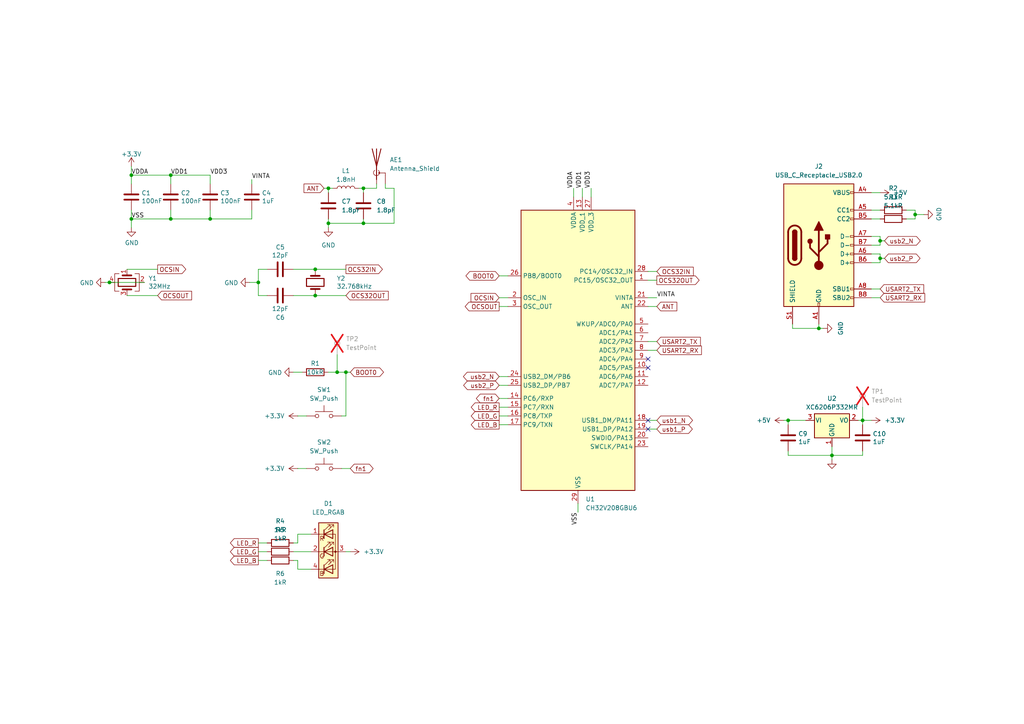
<source format=kicad_sch>
(kicad_sch (version 20231120) (generator "eeschema") (generator_version "8.0")
  (paper "A4")
  (lib_symbols
    (symbol "+3.3V_1" (power) (pin_names (offset 0))
      (property "Value" "+3.3V_1" (at 0 3.556 0))
      (symbol "+3.3V_1_0_1"
        (polyline (pts (xy -0.762 1.27) (xy 0 2.54)))
        (polyline (pts (xy 0 0) (xy 0 2.54)))
        (polyline (pts (xy 0 2.54) (xy 0.762 1.27)))
      )
      (symbol "+3.3V_1_1_1"
        (pin power_in line (at 0 0 90) (length 0) hide (name "+3.3V") (number "1"))
      )
    )
    (symbol "+3.3V_2" (power) (pin_numbers hide) (pin_names (offset 0) hide)
      (property "Value" "+3.3V" (at 0 3.556 0))
      (symbol "+3.3V_2_0_1"
        (polyline (pts (xy -0.762 1.27) (xy 0 2.54)))
        (polyline (pts (xy 0 0) (xy 0 2.54)))
        (polyline (pts (xy 0 2.54) (xy 0.762 1.27)))
      )
      (symbol "+3.3V_2_1_1"
        (pin power_in line (at 0 0 90) (length 0) (name "~") (number "1"))
      )
    )
    (symbol "+3.3V_3" (power) (pin_numbers hide) (pin_names (offset 0) hide)
      (property "Value" "+3.3V" (at 0 3.556 0))
      (symbol "+3.3V_3_0_1"
        (polyline (pts (xy -0.762 1.27) (xy 0 2.54)))
        (polyline (pts (xy 0 0) (xy 0 2.54)))
        (polyline (pts (xy 0 2.54) (xy 0.762 1.27)))
      )
      (symbol "+3.3V_3_1_1"
        (pin power_in line (at 0 0 90) (length 0) (name "~") (number "1"))
      )
    )
    (symbol "+5V_1" (power) (pin_names (offset 0))
      (property "Value" "+5V_1" (at 0 3.556 0))
      (symbol "+5V_1_0_1"
        (polyline (pts (xy -0.762 1.27) (xy 0 2.54)))
        (polyline (pts (xy 0 0) (xy 0 2.54)))
        (polyline (pts (xy 0 2.54) (xy 0.762 1.27)))
      )
      (symbol "+5V_1_1_1"
        (pin power_in line (at 0 0 90) (length 0) hide (name "+5V") (number "1"))
      )
    )
    (symbol "+5V_5" (power) (pin_names (offset 0))
      (property "Value" "+5V_5" (at 0 3.556 0))
      (symbol "+5V_5_0_1"
        (polyline (pts (xy -0.762 1.27) (xy 0 2.54)))
        (polyline (pts (xy 0 0) (xy 0 2.54)))
        (polyline (pts (xy 0 2.54) (xy 0.762 1.27)))
      )
      (symbol "+5V_5_1_1"
        (pin power_in line (at 0 0 90) (length 0) hide (name "+5V") (number "1"))
      )
    )
    (symbol "Connector:TestPoint" (pin_numbers hide) (pin_names (offset 0.762) hide)
      (property "Reference" "TP" (at 0 6.858 0))
      (property "Value" "TestPoint" (at 0 5.08 0))
      (symbol "TestPoint_0_1"
        (circle (center 0 3.302) (radius 0.762))
      )
      (symbol "TestPoint_1_1"
        (pin passive line (at 0 0 90) (length 2.54) (name "1") (number "1"))
      )
    )
    (symbol "Connector:USB_C_Receptacle_USB2.0" (pin_names (offset 1.016))
      (property "Reference" "J" (at -10.16 19.05 0))
      (property "Value" "USB_C_Receptacle_USB2.0" (at 19.05 19.05 0))
      (symbol "USB_C_Receptacle_USB2.0_0_0"
        (rectangle (start -0.254 -17.78) (end 0.254 -16.764))
        (rectangle (start 10.16 -14.986) (end 9.144 -15.494))
        (rectangle (start 10.16 -12.446) (end 9.144 -12.954))
        (rectangle (start 10.16 -4.826) (end 9.144 -5.334))
        (rectangle (start 10.16 -2.286) (end 9.144 -2.794))
        (rectangle (start 10.16 0.254) (end 9.144 -0.254))
        (rectangle (start 10.16 2.794) (end 9.144 2.286))
        (rectangle (start 10.16 7.874) (end 9.144 7.366))
        (rectangle (start 10.16 10.414) (end 9.144 9.906))
        (rectangle (start 10.16 15.494) (end 9.144 14.986))
      )
      (symbol "USB_C_Receptacle_USB2.0_0_1"
        (rectangle (start -10.16 17.78) (end 10.16 -17.78) (stroke (width 0.254)) (fill (type background)))
        (arc (start -8.89 -3.81) (mid -6.985 -5.7067) (end -5.08 -3.81) (stroke (width 0.508)))
        (arc (start -7.62 -3.81) (mid -6.985 -4.4423) (end -6.35 -3.81) (stroke (width 0.254)))
        (arc (start -7.62 -3.81) (mid -6.985 -4.4423) (end -6.35 -3.81) (stroke (width 0.254)) (fill (type outline)))
        (rectangle (start -7.62 -3.81) (end -6.35 3.81) (stroke (width 0.254)) (fill (type outline)))
        (arc (start -6.35 3.81) (mid -6.985 4.4423) (end -7.62 3.81) (stroke (width 0.254)))
        (arc (start -6.35 3.81) (mid -6.985 4.4423) (end -7.62 3.81) (stroke (width 0.254)) (fill (type outline)))
        (arc (start -5.08 3.81) (mid -6.985 5.7067) (end -8.89 3.81) (stroke (width 0.508)))
        (circle (center -2.54 1.143) (radius 0.635) (stroke (width 0.254)) (fill (type outline)))
        (circle (center 0 -5.842) (radius 1.27) (fill (type outline)))
        (polyline (pts (xy -8.89 -3.81) (xy -8.89 3.81)) (stroke (width 0.508)))
        (polyline (pts (xy -5.08 3.81) (xy -5.08 -3.81)) (stroke (width 0.508)))
        (polyline (pts (xy 0 -5.842) (xy 0 4.318)) (stroke (width 0.508)))
        (polyline (pts (xy 0 -3.302) (xy -2.54 -0.762) (xy -2.54 0.508)) (stroke (width 0.508)))
        (polyline (pts (xy 0 -2.032) (xy 2.54 0.508) (xy 2.54 1.778)) (stroke (width 0.508)))
        (polyline (pts (xy -1.27 4.318) (xy 0 6.858) (xy 1.27 4.318) (xy -1.27 4.318)) (stroke (width 0.254)) (fill (type outline)))
        (rectangle (start 1.905 1.778) (end 3.175 3.048) (stroke (width 0.254)) (fill (type outline)))
      )
      (symbol "USB_C_Receptacle_USB2.0_1_1"
        (pin passive line (at 0 -22.86 90) (length 5.08) (name "GND") (number "A1"))
        (pin passive line (at 0 -22.86 90) (length 5.08) hide (name "GND") (number "A12"))
        (pin passive line (at 15.24 15.24 180) (length 5.08) (name "VBUS") (number "A4"))
        (pin bidirectional line (at 15.24 10.16 180) (length 5.08) (name "CC1") (number "A5"))
        (pin bidirectional line (at 15.24 -2.54 180) (length 5.08) (name "D+") (number "A6"))
        (pin bidirectional line (at 15.24 2.54 180) (length 5.08) (name "D-") (number "A7"))
        (pin bidirectional line (at 15.24 -12.7 180) (length 5.08) (name "SBU1") (number "A8"))
        (pin passive line (at 15.24 15.24 180) (length 5.08) hide (name "VBUS") (number "A9"))
        (pin passive line (at 0 -22.86 90) (length 5.08) hide (name "GND") (number "B1"))
        (pin passive line (at 0 -22.86 90) (length 5.08) hide (name "GND") (number "B12"))
        (pin passive line (at 15.24 15.24 180) (length 5.08) hide (name "VBUS") (number "B4"))
        (pin bidirectional line (at 15.24 7.62 180) (length 5.08) (name "CC2") (number "B5"))
        (pin bidirectional line (at 15.24 -5.08 180) (length 5.08) (name "D+") (number "B6"))
        (pin bidirectional line (at 15.24 0 180) (length 5.08) (name "D-") (number "B7"))
        (pin bidirectional line (at 15.24 -15.24 180) (length 5.08) (name "SBU2") (number "B8"))
        (pin passive line (at 15.24 15.24 180) (length 5.08) hide (name "VBUS") (number "B9"))
        (pin passive line (at -7.62 -22.86 90) (length 5.08) (name "SHIELD") (number "S1"))
      )
    )
    (symbol "Device:Antenna_Shield" (pin_numbers hide) (pin_names (offset 1.016) hide)
      (property "Reference" "AE" (at -1.905 4.445 0))
      (property "Value" "Antenna_Shield" (at -1.905 2.54 0))
      (symbol "Antenna_Shield_0_1"
        (arc (start -0.508 -1.143) (mid -0.8429 -2.1194) (end 0 -2.667))
        (arc (start 0 -2.667) (mid 0.7989 -2.1052) (end 0.508 -1.143))
        (polyline (pts (xy 0 -2.54) (xy 0 0)))
        (polyline (pts (xy 0 5.08) (xy 0 -3.81)) (stroke (width 0.254)))
        (polyline (pts (xy 0.762 -1.905) (xy 2.54 -1.905)))
        (polyline (pts (xy 2.54 -2.54) (xy 2.54 -1.905)))
        (polyline (pts (xy 1.27 5.08) (xy 0 0) (xy -1.27 5.08)) (stroke (width 0.254)))
        (circle (center 0.762 -1.905) (radius 0.1778) (fill (type outline)))
      )
      (symbol "Antenna_Shield_1_1"
        (pin input line (at 0 -5.08 90) (length 2.54) (name "A") (number "1"))
        (pin input line (at 2.54 -5.08 90) (length 2.54) (name "Shield") (number "2"))
      )
    )
    (symbol "Device:C" (pin_numbers hide) (pin_names (offset 0.254))
      (property "Reference" "C" (at 0.635 2.54 0))
      (property "Value" "C" (at 0.635 -2.54 0))
      (symbol "C_0_1"
        (polyline (pts (xy -2.032 -0.762) (xy 2.032 -0.762)) (stroke (width 0.508)))
        (polyline (pts (xy -2.032 0.762) (xy 2.032 0.762)) (stroke (width 0.508)))
      )
      (symbol "C_1_1"
        (pin passive line (at 0 3.81 270) (length 2.794) (name "~") (number "1"))
        (pin passive line (at 0 -3.81 90) (length 2.794) (name "~") (number "2"))
      )
    )
    (symbol "Device:Crystal" (pin_numbers hide) (pin_names (offset 1.016) hide)
      (property "Reference" "Y" (at 0 3.81 0))
      (property "Value" "Crystal" (at 0 -3.81 0))
      (symbol "Crystal_0_1"
        (rectangle (start -1.143 2.54) (end 1.143 -2.54) (stroke (width 0.3048)))
        (polyline (pts (xy -2.54 0) (xy -1.905 0)))
        (polyline (pts (xy -1.905 -1.27) (xy -1.905 1.27)) (stroke (width 0.508)))
        (polyline (pts (xy 1.905 -1.27) (xy 1.905 1.27)) (stroke (width 0.508)))
        (polyline (pts (xy 2.54 0) (xy 1.905 0)))
      )
      (symbol "Crystal_1_1"
        (pin passive line (at -3.81 0 0) (length 1.27) (name "1") (number "1"))
        (pin passive line (at 3.81 0 180) (length 1.27) (name "2") (number "2"))
      )
    )
    (symbol "Device:Crystal_GND24" (pin_names (offset 1.016) hide)
      (property "Reference" "Y" (at 3.175 5.08 0))
      (property "Value" "Crystal_GND24" (at 3.175 3.175 0))
      (symbol "Crystal_GND24_0_1"
        (rectangle (start -1.143 2.54) (end 1.143 -2.54) (stroke (width 0.3048)))
        (polyline (pts (xy -2.54 0) (xy -2.032 0)))
        (polyline (pts (xy -2.032 -1.27) (xy -2.032 1.27)) (stroke (width 0.508)))
        (polyline (pts (xy 0 -3.81) (xy 0 -3.556)))
        (polyline (pts (xy 0 3.556) (xy 0 3.81)))
        (polyline (pts (xy 2.032 -1.27) (xy 2.032 1.27)) (stroke (width 0.508)))
        (polyline (pts (xy 2.032 0) (xy 2.54 0)))
        (polyline (pts (xy -2.54 -2.286) (xy -2.54 -3.556) (xy 2.54 -3.556) (xy 2.54 -2.286)))
        (polyline (pts (xy -2.54 2.286) (xy -2.54 3.556) (xy 2.54 3.556) (xy 2.54 2.286)))
      )
      (symbol "Crystal_GND24_1_1"
        (pin passive line (at -3.81 0 0) (length 1.27) (name "1") (number "1"))
        (pin passive line (at 0 5.08 270) (length 1.27) (name "2") (number "2"))
        (pin passive line (at 3.81 0 180) (length 1.27) (name "3") (number "3"))
        (pin passive line (at 0 -5.08 90) (length 1.27) (name "4") (number "4"))
      )
    )
    (symbol "Device:L" (pin_numbers hide) (pin_names (offset 1.016) hide)
      (property "Reference" "L" (at -1.27 0 90))
      (property "Value" "L" (at 1.905 0 90))
      (symbol "L_0_1"
        (arc (start 0 -2.54) (mid 0.6323 -1.905) (end 0 -1.27))
        (arc (start 0 -1.27) (mid 0.6323 -0.635) (end 0 0))
        (arc (start 0 0) (mid 0.6323 0.635) (end 0 1.27))
        (arc (start 0 1.27) (mid 0.6323 1.905) (end 0 2.54))
      )
      (symbol "L_1_1"
        (pin passive line (at 0 3.81 270) (length 1.27) (name "1") (number "1"))
        (pin passive line (at 0 -3.81 90) (length 1.27) (name "2") (number "2"))
      )
    )
    (symbol "Device:LED_RGAB" (pin_names (offset 0) hide)
      (property "Reference" "D" (at 0 9.398 0))
      (property "Value" "LED_RGAB" (at 0 -8.89 0))
      (symbol "LED_RGAB_0_0"
        (text "B" (at -1.905 -6.35 0) (effects (font (size 1.27 1.27))))
        (text "G" (at -1.905 -1.27 0) (effects (font (size 1.27 1.27))))
        (text "R" (at -1.905 3.81 0) (effects (font (size 1.27 1.27))))
      )
      (symbol "LED_RGAB_0_1"
        (polyline (pts (xy -1.27 -5.08) (xy -2.54 -5.08)))
        (polyline (pts (xy -1.27 -5.08) (xy 1.27 -5.08)))
        (polyline (pts (xy -1.27 -3.81) (xy -1.27 -6.35)) (stroke (width 0.254)))
        (polyline (pts (xy -1.27 0) (xy -2.54 0)))
        (polyline (pts (xy -1.27 1.27) (xy -1.27 -1.27)) (stroke (width 0.254)))
        (polyline (pts (xy -1.27 5.08) (xy -2.54 5.08)))
        (polyline (pts (xy -1.27 5.08) (xy 1.27 5.08)))
        (polyline (pts (xy -1.27 6.35) (xy -1.27 3.81)) (stroke (width 0.254)))
        (polyline (pts (xy 1.27 0) (xy -1.27 0)))
        (polyline (pts (xy 1.27 0) (xy 2.54 0)))
        (polyline (pts (xy -1.27 1.27) (xy -1.27 -1.27) (xy -1.27 -1.27)))
        (polyline (pts (xy -1.27 6.35) (xy -1.27 3.81) (xy -1.27 3.81)))
        (polyline (pts (xy 1.27 -5.08) (xy 2.032 -5.08) (xy 2.032 5.08) (xy 1.27 5.08)))
        (polyline (pts (xy 1.27 -3.81) (xy 1.27 -6.35) (xy -1.27 -5.08) (xy 1.27 -3.81)) (stroke (width 0.254)))
        (polyline (pts (xy 1.27 1.27) (xy 1.27 -1.27) (xy -1.27 0) (xy 1.27 1.27)) (stroke (width 0.254)))
        (polyline (pts (xy 1.27 6.35) (xy 1.27 3.81) (xy -1.27 5.08) (xy 1.27 6.35)) (stroke (width 0.254)))
        (polyline (pts (xy -1.016 -3.81) (xy 0.508 -2.286) (xy -0.254 -2.286) (xy 0.508 -2.286) (xy 0.508 -3.048)))
        (polyline (pts (xy -1.016 1.27) (xy 0.508 2.794) (xy -0.254 2.794) (xy 0.508 2.794) (xy 0.508 2.032)))
        (polyline (pts (xy -1.016 6.35) (xy 0.508 7.874) (xy -0.254 7.874) (xy 0.508 7.874) (xy 0.508 7.112)))
        (polyline (pts (xy 0 -3.81) (xy 1.524 -2.286) (xy 0.762 -2.286) (xy 1.524 -2.286) (xy 1.524 -3.048)))
        (polyline (pts (xy 0 1.27) (xy 1.524 2.794) (xy 0.762 2.794) (xy 1.524 2.794) (xy 1.524 2.032)))
        (polyline (pts (xy 0 6.35) (xy 1.524 7.874) (xy 0.762 7.874) (xy 1.524 7.874) (xy 1.524 7.112)))
        (rectangle (start 1.27 -1.27) (end 1.27 1.27))
        (rectangle (start 1.27 1.27) (end 1.27 1.27))
        (rectangle (start 1.27 3.81) (end 1.27 6.35))
        (rectangle (start 1.27 6.35) (end 1.27 6.35))
        (circle (center 2.032 0) (radius 0.254) (fill (type outline)))
        (rectangle (start 2.794 8.382) (end -2.794 -7.62) (stroke (width 0.254)) (fill (type background)))
      )
      (symbol "LED_RGAB_1_1"
        (pin passive line (at -5.08 5.08 0) (length 2.54) (name "RK") (number "1"))
        (pin passive line (at -5.08 0 0) (length 2.54) (name "GK") (number "2"))
        (pin passive line (at 5.08 0 180) (length 2.54) (name "A") (number "3"))
        (pin passive line (at -5.08 -5.08 0) (length 2.54) (name "BK") (number "4"))
      )
    )
    (symbol "Device:R" (pin_numbers hide) (pin_names (offset 0))
      (property "Reference" "R" (at 2.032 0 90))
      (property "Value" "R" (at 0 0 90))
      (symbol "R_0_1"
        (rectangle (start -1.016 -2.54) (end 1.016 2.54) (stroke (width 0.254)))
      )
      (symbol "R_1_1"
        (pin passive line (at 0 3.81 270) (length 1.27) (name "~") (number "1"))
        (pin passive line (at 0 -3.81 90) (length 1.27) (name "~") (number "2"))
      )
    )
    (symbol "GND_1" (power) (pin_names (offset 0))
      (property "Value" "GND_1" (at 0 -3.81 0))
      (symbol "GND_1_0_1"
        (polyline (pts (xy 0 0) (xy 0 -1.27) (xy 1.27 -1.27) (xy 0 -2.54) (xy -1.27 -1.27) (xy 0 -1.27)))
      )
      (symbol "GND_1_1_1"
        (pin power_in line (at 0 0 270) (length 0) hide (name "GND") (number "1"))
      )
    )
    (symbol "GND_2" (power) (pin_names (offset 0))
      (property "Value" "GND_2" (at 0 -3.81 0))
      (symbol "GND_2_0_1"
        (polyline (pts (xy 0 0) (xy 0 -1.27) (xy 1.27 -1.27) (xy 0 -2.54) (xy -1.27 -1.27) (xy 0 -1.27)))
      )
      (symbol "GND_2_1_1"
        (pin power_in line (at 0 0 270) (length 0) hide (name "GND") (number "1"))
      )
    )
    (symbol "Regulator_Linear:XC6206PxxxMR" (pin_names (offset 0.254))
      (property "Reference" "U" (at -3.81 3.175 0))
      (property "Value" "XC6206PxxxMR" (at 0 3.175 0))
      (symbol "XC6206PxxxMR_0_1"
        (rectangle (start -5.08 1.905) (end 5.08 -5.08) (stroke (width 0.254)) (fill (type background)))
      )
      (symbol "XC6206PxxxMR_1_1"
        (pin power_in line (at 0 -7.62 90) (length 2.54) (name "GND") (number "1"))
        (pin power_out line (at 7.62 0 180) (length 2.54) (name "VO") (number "2"))
        (pin power_in line (at -7.62 0 0) (length 2.54) (name "VI") (number "3"))
      )
    )
    (symbol "Switch:SW_Push" (pin_numbers hide) (pin_names (offset 1.016) hide)
      (property "Reference" "SW" (at 1.27 2.54 0))
      (property "Value" "SW_Push" (at 0 -1.524 0))
      (symbol "SW_Push_0_1"
        (circle (center -2.032 0) (radius 0.508))
        (polyline (pts (xy 0 1.27) (xy 0 3.048)))
        (polyline (pts (xy 2.54 1.27) (xy -2.54 1.27)))
        (circle (center 2.032 0) (radius 0.508))
        (pin passive line (at -5.08 0 0) (length 2.54) (name "1") (number "1"))
        (pin passive line (at 5.08 0 180) (length 2.54) (name "2") (number "2"))
      )
    )
    (symbol "chulaine:CH32V208GBU6"
      (property "Reference" "U" (at 24.13 -36.83 0))
      (property "Value" "CH32V208GBU6" (at 25.4 -33.02 0))
      (symbol "CH32V208GBU6_0_1"
        (rectangle (start -16.51 43.18) (end 16.51 -38.1) (stroke (width 0.254)) (fill (type background)))
      )
      (symbol "CH32V208GBU6_1_1"
        (pin bidirectional line (at 20.32 22.86 180) (length 3.81) (name "PC15/OSC32_OUT") (number "1"))
        (pin bidirectional line (at 20.32 -2.54 180) (length 3.81) (name "ADC5/PA5") (number "10"))
        (pin bidirectional line (at 20.32 -5.08 180) (length 3.81) (name "ADC6/PA6") (number "11"))
        (pin bidirectional line (at 20.32 -7.62 180) (length 3.81) (name "ADC7/PA7") (number "12"))
        (pin power_in line (at 1.27 46.99 270) (length 3.81) (name "VDD_1") (number "13"))
        (pin bidirectional line (at -20.32 -11.43 0) (length 3.81) (name "PC6/RXP") (number "14"))
        (pin bidirectional line (at -20.32 -13.97 0) (length 3.81) (name "PC7/RXN") (number "15"))
        (pin bidirectional line (at -20.32 -16.51 0) (length 3.81) (name "PC8/TXP") (number "16"))
        (pin bidirectional line (at -20.32 -19.05 0) (length 3.81) (name "PC9/TXN") (number "17"))
        (pin bidirectional line (at 20.32 -17.78 180) (length 3.81) (name "USB1_DM/PA11") (number "18"))
        (pin bidirectional line (at 20.32 -20.32 180) (length 3.81) (name "USB1_DP/PA12") (number "19"))
        (pin bidirectional line (at -20.32 17.78 0) (length 3.81) (name "OSC_IN") (number "2"))
        (pin bidirectional line (at 20.32 -22.86 180) (length 3.81) (name "SWDIO/PA13") (number "20"))
        (pin bidirectional line (at 20.32 17.78 180) (length 3.81) (name "VINTA") (number "21"))
        (pin bidirectional line (at 20.32 15.24 180) (length 3.81) (name "ANT") (number "22"))
        (pin bidirectional line (at 20.32 -25.4 180) (length 3.81) (name "SWCLK/PA14") (number "23"))
        (pin bidirectional line (at -20.32 -5.08 0) (length 3.81) (name "USB2_DM/PB6") (number "24"))
        (pin bidirectional line (at -20.32 -7.62 0) (length 3.81) (name "USB2_DP/PB7") (number "25"))
        (pin bidirectional line (at -20.32 24.13 0) (length 3.81) (name "PB8/BOOT0") (number "26"))
        (pin power_in line (at 3.81 46.99 270) (length 3.81) (name "VDD_3") (number "27"))
        (pin bidirectional line (at 20.32 25.4 180) (length 3.81) (name "PC14/OSC32_IN") (number "28"))
        (pin power_in line (at 0 -41.91 90) (length 3.81) (name "VSS") (number "29"))
        (pin bidirectional line (at -20.32 15.24 0) (length 3.81) (name "OSC_OUT") (number "3"))
        (pin power_in line (at -1.27 46.99 270) (length 3.81) (name "VDDA") (number "4"))
        (pin bidirectional line (at 20.32 10.16 180) (length 3.81) (name "WKUP/ADC0/PA0") (number "5"))
        (pin bidirectional line (at 20.32 7.62 180) (length 3.81) (name "ADC1/PA1") (number "6"))
        (pin bidirectional line (at 20.32 5.08 180) (length 3.81) (name "ADC2/PA2") (number "7"))
        (pin bidirectional line (at 20.32 2.54 180) (length 3.81) (name "ADC3/PA3") (number "8"))
        (pin bidirectional line (at 20.32 0 180) (length 3.81) (name "ADC4/PA4") (number "9"))
      )
    )
    (symbol "power:+3.3V" (power) (pin_names (offset 0))
      (property "Value" "+3.3V" (at 0 3.556 0))
      (symbol "+3.3V_0_1"
        (polyline (pts (xy -0.762 1.27) (xy 0 2.54)))
        (polyline (pts (xy 0 0) (xy 0 2.54)))
        (polyline (pts (xy 0 2.54) (xy 0.762 1.27)))
      )
      (symbol "+3.3V_1_1"
        (pin power_in line (at 0 0 90) (length 0) hide (name "+3.3V") (number "1"))
      )
    )
    (symbol "power:GND" (power) (pin_names (offset 0))
      (property "Value" "GND" (at 0 -3.81 0))
      (symbol "GND_0_1"
        (polyline (pts (xy 0 0) (xy 0 -1.27) (xy 1.27 -1.27) (xy 0 -2.54) (xy -1.27 -1.27) (xy 0 -1.27)))
      )
      (symbol "GND_1_1"
        (pin power_in line (at 0 0 270) (length 0) hide (name "GND") (number "1"))
      )
    )
  )
  (junction (at 91.44 85.725) (diameter 0.9144))
  (junction (at 97.79 107.95))
  (junction (at 95.25 54.61))
  (junction (at 265.43 62.23) (diameter 0.9144))
  (junction (at 49.53 63.5))
  (junction (at 255.27 74.93))
  (junction (at 105.41 64.77))
  (junction (at 38.1 63.5))
  (junction (at 74.93 81.915) (diameter 0.9144))
  (junction (at 60.96 63.5))
  (junction (at 95.25 64.77))
  (junction (at 250.19 121.92))
  (junction (at 49.53 50.8))
  (junction (at 228.6 121.92))
  (junction (at 237.49 95.25))
  (junction (at 91.44 78.105) (diameter 0.9144))
  (junction (at 241.3 132.08))
  (junction (at 255.27 69.85))
  (junction (at 100.33 107.95))
  (junction (at 105.41 54.61))
  (junction (at 38.1 50.8))
  (junction (at 31.75 81.915))
  (no_connect (at 187.96 121.92))
  (no_connect (at 187.96 104.14))
  (no_connect (at 187.96 106.68))
  (no_connect (at 187.96 124.46))
  (wire (pts (xy 95.25 63.5) (xy 95.25 64.77)))
  (wire (pts (xy 147.32 109.22) (xy 144.78 109.22)))
  (wire (pts (xy 105.41 64.77) (xy 114.3 64.77)))
  (wire (pts (xy 85.09 157.48) (xy 86.36 157.48)))
  (wire (pts (xy 241.3 129.54) (xy 241.3 132.08)))
  (wire (pts (xy 105.41 54.61) (xy 105.41 55.88)))
  (wire (pts (xy 166.37 54.61) (xy 166.37 57.15)))
  (wire (pts (xy 265.43 62.23) (xy 265.43 63.5)))
  (wire (pts (xy 95.25 66.04) (xy 95.25 64.77)))
  (wire (pts (xy 187.96 86.36) (xy 190.5 86.36)))
  (wire (pts (xy 227.33 121.92) (xy 228.6 121.92)))
  (wire (pts (xy 187.96 121.92) (xy 190.5 121.92)))
  (wire (pts (xy 86.36 154.94) (xy 90.17 154.94)))
  (wire (pts (xy 73.025 63.5) (xy 60.96 63.5)))
  (wire (pts (xy 95.25 54.61) (xy 95.25 55.88)))
  (wire (pts (xy 86.36 162.56) (xy 86.36 165.1)))
  (wire (pts (xy 109.22 54.61) (xy 105.41 54.61)))
  (wire (pts (xy 38.1 48.26) (xy 38.1 50.8)))
  (wire (pts (xy 87.63 107.95) (xy 85.09 107.95)))
  (wire (pts (xy 74.93 160.02) (xy 77.47 160.02)))
  (wire (pts (xy 85.09 85.725) (xy 91.44 85.725)))
  (wire (pts (xy 86.36 120.65) (xy 88.9 120.65)))
  (wire (pts (xy 86.36 165.1) (xy 90.17 165.1)))
  (wire (pts (xy 241.3 132.08) (xy 250.19 132.08)))
  (wire (pts (xy 187.96 99.06) (xy 190.5 99.06)))
  (wire (pts (xy 252.73 83.82) (xy 255.27 83.82)))
  (wire (pts (xy 255.27 63.5) (xy 252.73 63.5)))
  (wire (pts (xy 38.1 50.8) (xy 38.1 53.34)))
  (wire (pts (xy 49.53 60.96) (xy 49.53 63.5)))
  (wire (pts (xy 97.79 107.95) (xy 100.33 107.95)))
  (wire (pts (xy 255.27 74.93) (xy 255.27 76.2)))
  (wire (pts (xy 228.6 132.08) (xy 241.3 132.08)))
  (wire (pts (xy 252.73 71.12) (xy 255.27 71.12)))
  (wire (pts (xy 237.49 95.25) (xy 238.76 95.25)))
  (wire (pts (xy 49.53 50.8) (xy 60.96 50.8)))
  (wire (pts (xy 111.76 53.34) (xy 111.76 54.61)))
  (wire (pts (xy 255.27 76.2) (xy 252.73 76.2)))
  (wire (pts (xy 168.91 54.61) (xy 168.91 57.15)))
  (wire (pts (xy 31.75 81.915) (xy 41.91 81.915)))
  (wire (pts (xy 171.45 54.61) (xy 171.45 57.15)))
  (wire (pts (xy 85.09 78.105) (xy 91.44 78.105)))
  (wire (pts (xy 255.27 86.36) (xy 252.73 86.36)))
  (wire (pts (xy 30.48 81.915) (xy 31.75 81.915)))
  (wire (pts (xy 38.1 63.5) (xy 49.53 63.5)))
  (wire (pts (xy 265.43 62.23) (xy 267.97 62.23)))
  (wire (pts (xy 255.27 74.93) (xy 256.54 74.93)))
  (wire (pts (xy 255.27 60.96) (xy 252.73 60.96)))
  (wire (pts (xy 36.83 85.725) (xy 45.72 85.725)))
  (wire (pts (xy 60.96 60.96) (xy 60.96 63.5)))
  (wire (pts (xy 74.93 162.56) (xy 77.47 162.56)))
  (wire (pts (xy 109.22 53.34) (xy 109.22 54.61)))
  (wire (pts (xy 255.27 73.66) (xy 255.27 74.93)))
  (wire (pts (xy 187.96 78.74) (xy 190.5 78.74)))
  (wire (pts (xy 228.6 130.81) (xy 228.6 132.08)))
  (wire (pts (xy 104.14 54.61) (xy 105.41 54.61)))
  (wire (pts (xy 105.41 64.77) (xy 105.41 63.5)))
  (wire (pts (xy 229.87 95.25) (xy 237.49 95.25)))
  (wire (pts (xy 265.43 60.96) (xy 265.43 62.23)))
  (wire (pts (xy 99.06 135.89) (xy 101.6 135.89)))
  (wire (pts (xy 144.78 80.01) (xy 147.32 80.01)))
  (wire (pts (xy 38.1 60.96) (xy 38.1 63.5)))
  (wire (pts (xy 250.19 118.11) (xy 250.19 121.92)))
  (wire (pts (xy 101.6 160.02) (xy 100.33 160.02)))
  (wire (pts (xy 74.93 81.915) (xy 74.93 85.725)))
  (wire (pts (xy 250.19 123.19) (xy 250.19 121.92)))
  (wire (pts (xy 187.96 124.46) (xy 190.5 124.46)))
  (wire (pts (xy 73.025 60.96) (xy 73.025 63.5)))
  (wire (pts (xy 93.98 54.61) (xy 95.25 54.61)))
  (wire (pts (xy 85.09 160.02) (xy 90.17 160.02)))
  (wire (pts (xy 74.93 81.915) (xy 72.39 81.915)))
  (wire (pts (xy 144.78 115.57) (xy 147.32 115.57)))
  (wire (pts (xy 228.6 121.92) (xy 233.68 121.92)))
  (wire (pts (xy 144.78 123.19) (xy 147.32 123.19)))
  (wire (pts (xy 77.47 85.725) (xy 74.93 85.725)))
  (wire (pts (xy 255.27 69.85) (xy 256.54 69.85)))
  (wire (pts (xy 38.1 63.5) (xy 38.1 66.04)))
  (wire (pts (xy 100.33 107.95) (xy 101.6 107.95)))
  (wire (pts (xy 38.1 50.8) (xy 49.53 50.8)))
  (wire (pts (xy 111.76 54.61) (xy 114.3 54.61)))
  (wire (pts (xy 144.78 120.65) (xy 147.32 120.65)))
  (wire (pts (xy 86.36 135.89) (xy 88.9 135.89)))
  (wire (pts (xy 96.52 54.61) (xy 95.25 54.61)))
  (wire (pts (xy 250.19 121.92) (xy 252.73 121.92)))
  (wire (pts (xy 73.025 52.07) (xy 73.025 53.34)))
  (wire (pts (xy 100.33 120.65) (xy 100.33 107.95)))
  (wire (pts (xy 144.78 88.9) (xy 147.32 88.9)))
  (wire (pts (xy 144.78 118.11) (xy 147.32 118.11)))
  (wire (pts (xy 252.73 55.88) (xy 255.27 55.88)))
  (wire (pts (xy 97.79 102.87) (xy 97.79 107.95)))
  (wire (pts (xy 77.47 78.105) (xy 74.93 78.105)))
  (wire (pts (xy 99.06 120.65) (xy 100.33 120.65)))
  (wire (pts (xy 36.83 78.105) (xy 45.72 78.105)))
  (wire (pts (xy 86.36 157.48) (xy 86.36 154.94)))
  (wire (pts (xy 187.96 88.9) (xy 190.5 88.9)))
  (wire (pts (xy 74.93 78.105) (xy 74.93 81.915)))
  (wire (pts (xy 255.27 71.12) (xy 255.27 69.85)))
  (wire (pts (xy 167.64 146.05) (xy 167.64 148.59)))
  (wire (pts (xy 114.3 54.61) (xy 114.3 64.77)))
  (wire (pts (xy 49.53 50.8) (xy 49.53 53.34)))
  (wire (pts (xy 190.5 81.28) (xy 187.96 81.28)))
  (wire (pts (xy 49.53 63.5) (xy 60.96 63.5)))
  (wire (pts (xy 262.89 60.96) (xy 265.43 60.96)))
  (wire (pts (xy 229.87 93.98) (xy 229.87 95.25)))
  (wire (pts (xy 187.96 101.6) (xy 190.5 101.6)))
  (wire (pts (xy 228.6 121.92) (xy 228.6 123.19)))
  (wire (pts (xy 255.27 69.85) (xy 255.27 68.58)))
  (wire (pts (xy 91.44 78.105) (xy 100.33 78.105)))
  (wire (pts (xy 60.96 50.8) (xy 60.96 53.34)))
  (wire (pts (xy 74.93 157.48) (xy 77.47 157.48)))
  (wire (pts (xy 255.27 68.58) (xy 252.73 68.58)))
  (wire (pts (xy 241.3 132.08) (xy 241.3 133.35)))
  (wire (pts (xy 250.19 130.81) (xy 250.19 132.08)))
  (wire (pts (xy 144.78 111.76) (xy 147.32 111.76)))
  (wire (pts (xy 265.43 63.5) (xy 262.89 63.5)))
  (wire (pts (xy 248.92 121.92) (xy 250.19 121.92)))
  (wire (pts (xy 95.25 107.95) (xy 97.79 107.95)))
  (wire (pts (xy 85.09 162.56) (xy 86.36 162.56)))
  (wire (pts (xy 147.32 86.36) (xy 144.78 86.36)))
  (wire (pts (xy 95.25 64.77) (xy 105.41 64.77)))
  (wire (pts (xy 237.49 95.25) (xy 237.49 93.98)))
  (wire (pts (xy 252.73 73.66) (xy 255.27 73.66)))
  (wire (pts (xy 91.44 85.725) (xy 100.33 85.725)))
  (label "VSS" (at 167.64 148.59 270))
  (label "VDD1" (at 168.91 54.61 90))
  (label "VDD3" (at 60.96 50.8 0))
  (label "VINTA" (at 190.5 86.36 0))
  (label "VSS" (at 38.1 63.5 0))
  (label "VDD1" (at 49.53 50.8 0))
  (label "VDDA" (at 166.37 54.61 90))
  (label "VDDA" (at 38.1 50.8 0))
  (label "VINTA" (at 73.025 52.07 0))
  (label "VDD3" (at 171.45 54.61 90))
  (global_label "USART2_RX" (shape input) (at 190.5 101.6 0) (property "Intersheetrefs" "${INTERSHEET_REFS}" (effects (hide yes))))
  (global_label "usb1_P" (shape bidirectional) (at 190.5 124.46 0) (property "Intersheetrefs" "${INTERSHEET_REFS}" (effects (hide yes))))
  (global_label "LED_B" (shape output) (at 74.93 162.56 180) (property "Intersheetrefs" "${INTERSHEET_REFS}" (effects (hide yes))))
  (global_label "OCSOUT" (shape output) (at 144.78 88.9 180) (property "Intersheetrefs" "${INTERSHEET_REFS}" (effects (hide yes))))
  (global_label "USART2_RX" (shape input) (at 255.27 86.36 0) (property "Intersheetrefs" "${INTERSHEET_REFS}" (effects (hide yes))))
  (global_label "usb2_P" (shape bidirectional) (at 144.78 111.76 180) (property "Intersheetrefs" "${INTERSHEET_REFS}" (effects (hide yes))))
  (global_label "LED_R" (shape output) (at 74.93 157.48 180) (property "Intersheetrefs" "${INTERSHEET_REFS}" (effects (hide yes))))
  (global_label "OCS32IN" (shape output) (at 100.33 78.105 0) (property "Intersheetrefs" "${INTERSHEET_REFS}" (effects (hide yes))))
  (global_label "fn1" (shape bidirectional) (at 101.6 135.89 0) (property "Intersheetrefs" "${INTERSHEET_REFS}" (effects (hide yes))))
  (global_label "BOOT0" (shape bidirectional) (at 144.78 80.01 180) (property "Intersheetrefs" "${INTERSHEET_REFS}" (effects (hide yes))))
  (global_label "usb2_P" (shape bidirectional) (at 256.54 74.93 0) (property "Intersheetrefs" "${INTERSHEET_REFS}" (effects (hide yes))))
  (global_label "usb2_N" (shape bidirectional) (at 144.78 109.22 180) (property "Intersheetrefs" "${INTERSHEET_REFS}" (effects (hide yes))))
  (global_label "OCSOUT" (shape input) (at 45.72 85.725 0) (property "Intersheetrefs" "${INTERSHEET_REFS}" (effects (hide yes))))
  (global_label "ANT" (shape input) (at 190.5 88.9 0) (property "Intersheetrefs" "${INTERSHEET_REFS}" (effects (hide yes))))
  (global_label "LED_B" (shape output) (at 144.78 123.19 180) (property "Intersheetrefs" "${INTERSHEET_REFS}" (effects (hide yes))))
  (global_label "BOOT0" (shape bidirectional) (at 101.6 107.95 0) (property "Intersheetrefs" "${INTERSHEET_REFS}" (effects (hide yes))))
  (global_label "LED_R" (shape output) (at 144.78 118.11 180) (property "Intersheetrefs" "${INTERSHEET_REFS}" (effects (hide yes))))
  (global_label "usb2_N" (shape bidirectional) (at 256.54 69.85 0) (property "Intersheetrefs" "${INTERSHEET_REFS}" (effects (hide yes))))
  (global_label "ANT" (shape input) (at 93.98 54.61 180) (property "Intersheetrefs" "${INTERSHEET_REFS}" (effects (hide yes))))
  (global_label "OCSIN" (shape output) (at 45.72 78.105 0) (property "Intersheetrefs" "${INTERSHEET_REFS}" (effects (hide yes))))
  (global_label "OCSIN" (shape input) (at 144.78 86.36 180) (property "Intersheetrefs" "${INTERSHEET_REFS}" (effects (hide yes))))
  (global_label "USART2_TX" (shape input) (at 255.27 83.82 0) (property "Intersheetrefs" "${INTERSHEET_REFS}" (effects (hide yes))))
  (global_label "LED_G" (shape output) (at 144.78 120.65 180) (property "Intersheetrefs" "${INTERSHEET_REFS}" (effects (hide yes))))
  (global_label "USART2_TX" (shape input) (at 190.5 99.06 0) (property "Intersheetrefs" "${INTERSHEET_REFS}" (effects (hide yes))))
  (global_label "LED_G" (shape output) (at 74.93 160.02 180) (property "Intersheetrefs" "${INTERSHEET_REFS}" (effects (hide yes))))
  (global_label "OCS32OUT" (shape output) (at 190.5 81.28 0) (property "Intersheetrefs" "${INTERSHEET_REFS}" (effects (hide yes))))
  (global_label "OCS32OUT" (shape input) (at 100.33 85.725 0) (property "Intersheetrefs" "${INTERSHEET_REFS}" (effects (hide yes))))
  (global_label "OCS32IN" (shape input) (at 190.5 78.74 0) (property "Intersheetrefs" "${INTERSHEET_REFS}" (effects (hide yes))))
  (global_label "fn1" (shape bidirectional) (at 144.78 115.57 180) (property "Intersheetrefs" "${INTERSHEET_REFS}" (effects (hide yes))))
  (global_label "usb1_N" (shape bidirectional) (at 190.5 121.92 0) (property "Intersheetrefs" "${INTERSHEET_REFS}" (effects (hide yes))))
  (symbol (lib_id "power:GND") (at 30.48 81.915 270) (unit 1)
    (property "Reference" "#PWR01" (effects (hide yes)))
    (property "Value" "GND" (at 27.2288 82.042 90) (effects (justify right)))
  )
  (symbol (lib_id "power:GND") (at 85.09 107.95 270) (unit 1)
    (property "Reference" "#PWR06" (effects (hide yes)))
    (property "Value" "GND" (at 81.8388 108.077 90) (effects (justify right)))
  )
  (symbol (lib_id "Device:R") (at 91.44 107.95 270) (unit 1)
    (property "Reference" "R1" (at 91.44 105.41 90))
    (property "Value" "10kR" (at 91.44 107.95 90))
    (property "Footprint" "Resistor_SMD:R_0402_1005Metric" (effects (hide yes)))
  )
  (symbol (lib_id "power:GND") (at 38.1 66.04 0) (unit 1)
    (property "Reference" "#PWR03" (effects (hide yes)))
    (property "Value" "GND" (at 38.227 70.4342 0))
  )
  (symbol (lib_id "Device:Crystal_GND24") (at 36.83 81.915 270) (unit 1)
    (property "Reference" "Y1" (at 43.0276 80.7466 90) (effects (justify left)))
    (property "Value" "32MHz" (at 43.0276 83.058 90) (effects (justify left)))
    (property "Footprint" "chulaine:Crystal_SMD_2016-4Pin_2.0x1.6mm" (effects (hide yes)))
  )
  (symbol (lib_id "Device:C") (at 49.53 57.15 0) (unit 1)
    (property "Reference" "C2" (at 52.451 55.9816 0) (effects (justify left)))
    (property "Value" "100nF" (at 52.451 58.293 0) (effects (justify left)))
    (property "Footprint" "Capacitor_SMD:C_0402_1005Metric" (effects (hide yes)))
  )
  (symbol (lib_id "Device:C") (at 60.96 57.15 0) (unit 1)
    (property "Reference" "C3" (at 63.881 55.9816 0) (effects (justify left)))
    (property "Value" "100nF" (at 63.881 58.293 0) (effects (justify left)))
    (property "Footprint" "Capacitor_SMD:C_0402_1005Metric" (effects (hide yes)))
  )
  (symbol (lib_id "Device:C") (at 38.1 57.15 0) (unit 1)
    (property "Reference" "C1" (at 41.021 55.9816 0) (effects (justify left)))
    (property "Value" "100nF" (at 41.021 58.293 0) (effects (justify left)))
    (property "Footprint" "Capacitor_SMD:C_0402_1005Metric" (effects (hide yes)))
  )
  (symbol (lib_id "power:+3.3V") (at 38.1 48.26 0) (unit 1)
    (property "Reference" "#PWR02" (effects (hide yes)))
    (property "Value" "+3.3V" (at 38.1 44.704 0))
  )
  (symbol (lib_id "Device:LED_RGAB") (at 95.25 160.02 0) (unit 1)
    (property "Reference" "D1" (at 95.25 146.05 0))
    (property "Value" "LED_RGAB" (at 95.25 148.59 0))
    (property "Footprint" "chulaine:KTR-B1615RGBC+" (effects (hide yes)))
    (property "Description" "RGB LED, red/green/anode/blue" (effects (hide yes)))
  )
  (symbol (lib_id "Device:C") (at 250.19 127 0) (unit 1)
    (property "Reference" "C10" (at 253.111 125.8316 0) (effects (justify left)))
    (property "Value" "1uF" (at 253.111 128.143 0) (effects (justify left)))
    (property "Footprint" "Capacitor_SMD:C_0402_1005Metric" (effects (hide yes)))
  )
  (symbol (lib_id "Device:C") (at 81.28 85.725 270) (unit 1)
    (property "Reference" "C6" (at 81.28 92.075 90))
    (property "Value" "12pF" (at 81.28 89.535 90))
    (property "Footprint" "Capacitor_SMD:C_0402_1005Metric" (effects (hide yes)))
  )
  (symbol (lib_id "Device:Antenna_Shield") (at 109.22 48.26 0) (unit 1)
    (property "Reference" "AE1" (at 113.03 46.355 0) (effects (justify left)))
    (property "Value" "Antenna_Shield" (at 113.03 48.895 0) (effects (justify left)))
    (property "Footprint" "wch-ant:WCH_MIFA-1_2.4GHz_1.6mm_FR4_Left_Mask" (effects (hide yes)))
  )
  (symbol (lib_id "Regulator_Linear:XC6206PxxxMR") (at 241.3 121.92 0) (unit 1)
    (property "Reference" "U2" (at 241.3 115.57 0))
    (property "Value" "XC6206P332MR" (at 241.3 118.11 0))
    (property "Footprint" "Package_TO_SOT_SMD:SOT-23" (effects (hide yes)))
    (property "Datasheet" "https://www.torexsemi.com/file/xc6206/XC6206.pdf" (effects (hide yes)))
  )
  (symbol (lib_id "Device:C") (at 73.025 57.15 0) (unit 1)
    (property "Reference" "C4" (at 75.946 55.9816 0) (effects (justify left)))
    (property "Value" "1uF" (at 75.946 58.293 0) (effects (justify left)))
    (property "Footprint" "Capacitor_SMD:C_0402_1005Metric" (effects (hide yes)))
  )
  (symbol (lib_name "+3.3V_3") (lib_id "power:+3.3V") (at 101.6 160.02 270) (unit 1)
    (property "Reference" "#PWR08" (effects (hide yes)))
    (property "Value" "+3.3V" (at 105.41 160.0199 90) (effects (justify left)))
    (property "Description" "Power symbol creates a global label with name \"+3.3V\"" (effects (hide yes)))
  )
  (symbol (lib_id "Switch:SW_Push") (at 93.98 135.89 0) (unit 1)
    (property "Reference" "SW2" (at 93.98 128.27 0))
    (property "Value" "SW_Push" (at 93.98 130.81 0))
    (property "Footprint" "Button_Switch_SMD:SW_SPST_CK_KXT3" (effects (hide yes)))
    (property "Description" "Push button switch, generic, two pins" (effects (hide yes)))
  )
  (symbol (lib_id "Connector:TestPoint") (at 250.19 118.11 0) (unit 1) (in_bom no) (on_board no) (dnp yes)
    (property "Reference" "TP1" (at 252.73 113.538 0) (effects (justify left)))
    (property "Value" "TestPoint" (at 252.73 116.078 0) (effects (justify left)))
    (property "Footprint" "TestPoint:TestPoint_Pad_D1.0mm" (effects (hide yes)))
  )
  (symbol (lib_id "Device:R") (at 81.28 160.02 270) (unit 1)
    (property "Reference" "R5" (at 81.28 153.67 90))
    (property "Value" "1kR" (at 81.28 156.21 90))
    (property "Footprint" "Resistor_SMD:R_0402_1005Metric" (effects (hide yes)))
    (property "Description" "Resistor" (effects (hide yes)))
  )
  (symbol (lib_id "power:GND") (at 267.97 62.23 90) (unit 1)
    (property "Reference" "#PWR017" (effects (hide yes)))
    (property "Value" "GND" (at 272.3642 62.103 0))
  )
  (symbol (lib_name "+3.3V_2") (lib_id "power:+3.3V") (at 86.36 120.65 90) (unit 1)
    (property "Reference" "#PWR05" (effects (hide yes)))
    (property "Value" "+3.3V" (at 82.55 120.6499 90) (effects (justify left)))
    (property "Description" "Power symbol creates a global label with name \"+3.3V\"" (effects (hide yes)))
  )
  (symbol (lib_id "Connector:USB_C_Receptacle_USB2.0") (at 237.49 71.12 0) (unit 1)
    (property "Reference" "J2" (at 237.49 48.26 0))
    (property "Value" "USB_C_Receptacle_USB2.0" (at 237.49 50.8 0))
    (property "Footprint" "chulaine:USB_C_Receptacle_HRO_TYPE-C-31-M-12" (effects (hide yes)))
    (property "Datasheet" "https://www.usb.org/sites/default/files/documents/usb_type-c.zip" (effects (hide yes)))
  )
  (symbol (lib_id "power:GND") (at 72.39 81.915 270) (unit 1)
    (property "Reference" "#PWR04" (effects (hide yes)))
    (property "Value" "GND" (at 69.1388 82.042 90) (effects (justify right)))
  )
  (symbol (lib_id "chulaine:CH32V208GBU6") (at 167.64 104.14 0) (unit 1)
    (property "Reference" "U1" (at 169.8341 144.78 0) (effects (justify left)))
    (property "Value" "CH32V208GBU6" (at 169.8341 147.32 0) (effects (justify left)))
    (property "Footprint" "chulaine:QFN-28-1EP_4x4mm_P0.4mm_EP2.6x2.6mm_ThermalVias_Drill0.3mm" (effects (hide yes)))
    (property "Datasheet" "http://www.wch-ic.com/downloads/CH32V20x_30xDS0_PDF.html" (effects (hide yes)))
  )
  (symbol (lib_name "GND_2") (lib_id "power:GND") (at 238.76 95.25 90) (unit 1)
    (property "Reference" "#PWR015" (effects (hide yes)))
    (property "Value" "GND" (at 243.84 95.25 0))
  )
  (symbol (lib_name "GND_1") (lib_id "power:GND") (at 95.25 66.04 0) (unit 1)
    (property "Reference" "#PWR07" (effects (hide yes)))
    (property "Value" "GND" (at 95.25 71.12 0))
  )
  (symbol (lib_id "Device:Crystal") (at 91.44 81.915 270) (unit 1)
    (property "Reference" "Y2" (at 97.6376 80.7466 90) (effects (justify left)))
    (property "Value" "32.768kHz" (at 97.6376 83.058 90) (effects (justify left)))
    (property "Footprint" "chulaine:Crystal_SMD_2012-2Pin_2.0x1.2mm" (effects (hide yes)))
  )
  (symbol (lib_name "+5V_1") (lib_id "power:+5V") (at 255.27 55.88 270) (unit 1)
    (property "Reference" "#PWR016" (effects (hide yes)))
    (property "Value" "+5V" (at 259.08 55.88 90) (effects (justify left)))
  )
  (symbol (lib_id "power:GND") (at 241.3 133.35 0) (unit 1)
    (property "Reference" "#PWR011" (effects (hide yes)))
    (property "Value" "GND" (effects (hide yes)))
  )
  (symbol (lib_id "Device:C") (at 228.6 127 0) (unit 1)
    (property "Reference" "C9" (at 231.521 125.8316 0) (effects (justify left)))
    (property "Value" "1uF" (at 231.521 128.143 0) (effects (justify left)))
    (property "Footprint" "Capacitor_SMD:C_0402_1005Metric" (effects (hide yes)))
  )
  (symbol (lib_name "+5V_5") (lib_id "power:+5V") (at 227.33 121.92 90) (unit 1)
    (property "Reference" "#PWR010" (effects (hide yes)))
    (property "Value" "+5V" (at 223.52 121.92 90) (effects (justify left)))
  )
  (symbol (lib_name "+3.3V_1") (lib_id "power:+3.3V") (at 252.73 121.92 270) (unit 1)
    (property "Reference" "#PWR013" (effects (hide yes)))
    (property "Value" "+3.3V" (at 256.54 121.92 90) (effects (justify left)))
  )
  (symbol (lib_id "Switch:SW_Push") (at 93.98 120.65 0) (unit 1)
    (property "Reference" "SW1" (at 93.98 113.03 0))
    (property "Value" "SW_Push" (at 93.98 115.57 0))
    (property "Footprint" "Button_Switch_SMD:SW_SPST_CK_KXT3" (effects (hide yes)))
    (property "Description" "Push button switch, generic, two pins" (effects (hide yes)))
  )
  (symbol (lib_id "Device:L") (at 100.33 54.61 90) (unit 1)
    (property "Reference" "L1" (at 100.33 49.53 90))
    (property "Value" "1.8nH" (at 100.33 52.07 90))
    (property "Footprint" "Inductor_SMD:L_0402_1005Metric" (effects (hide yes)))
  )
  (symbol (lib_id "Device:R") (at 259.08 60.96 270) (mirror x) (unit 1)
    (property "Reference" "R2" (at 259.08 54.61 90))
    (property "Value" "5.1kR" (at 259.08 57.15 90))
    (property "Footprint" "Resistor_SMD:R_0402_1005Metric" (effects (hide yes)))
  )
  (symbol (lib_id "Device:C") (at 105.41 59.69 0) (unit 1)
    (property "Reference" "C8" (at 109.22 58.42 0) (effects (justify left)))
    (property "Value" "1.8pF" (at 109.22 60.96 0) (effects (justify left)))
    (property "Footprint" "Capacitor_SMD:C_0402_1005Metric" (effects (hide yes)))
  )
  (symbol (lib_id "Connector:TestPoint") (at 97.79 102.87 0) (unit 1) (in_bom no) (on_board no) (dnp yes)
    (property "Reference" "TP2" (at 100.33 98.298 0) (effects (justify left)))
    (property "Value" "TestPoint" (at 100.33 100.838 0) (effects (justify left)))
    (property "Footprint" "TestPoint:TestPoint_Pad_D1.0mm" (effects (hide yes)))
  )
  (symbol (lib_id "Device:R") (at 259.08 63.5 270) (unit 1)
    (property "Reference" "R3" (at 259.08 57.15 90))
    (property "Value" "5.1kR" (at 259.08 59.69 90))
    (property "Footprint" "Resistor_SMD:R_0402_1005Metric" (effects (hide yes)))
  )
  (symbol (lib_id "Device:R") (at 81.28 162.56 270) (unit 1)
    (property "Reference" "R6" (at 81.28 166.37 90))
    (property "Value" "1kR" (at 81.28 168.91 90))
    (property "Footprint" "Resistor_SMD:R_0402_1005Metric" (effects (hide yes)))
    (property "Description" "Resistor" (effects (hide yes)))
  )
  (symbol (lib_name "+3.3V_2") (lib_id "power:+3.3V") (at 86.36 135.89 90) (unit 1)
    (property "Reference" "#PWR09" (effects (hide yes)))
    (property "Value" "+3.3V" (at 82.55 135.8899 90) (effects (justify left)))
    (property "Description" "Power symbol creates a global label with name \"+3.3V\"" (effects (hide yes)))
  )
  (symbol (lib_id "Device:C") (at 95.25 59.69 0) (unit 1)
    (property "Reference" "C7" (at 99.06 58.42 0) (effects (justify left)))
    (property "Value" "1.8pF" (at 99.06 60.96 0) (effects (justify left)))
    (property "Footprint" "Capacitor_SMD:C_0402_1005Metric" (effects (hide yes)))
  )
  (symbol (lib_id "Device:C") (at 81.28 78.105 270) (unit 1)
    (property "Reference" "C5" (at 81.28 71.7042 90))
    (property "Value" "12pF" (at 81.28 74.0156 90))
    (property "Footprint" "Capacitor_SMD:C_0402_1005Metric" (effects (hide yes)))
  )
  (symbol (lib_id "Device:R") (at 81.28 157.48 270) (unit 1)
    (property "Reference" "R4" (at 81.28 151.13 90))
    (property "Value" "1kR" (at 81.28 153.67 90))
    (property "Footprint" "Resistor_SMD:R_0402_1005Metric" (effects (hide yes)))
    (property "Description" "Resistor" (effects (hide yes)))
  )
)
</source>
